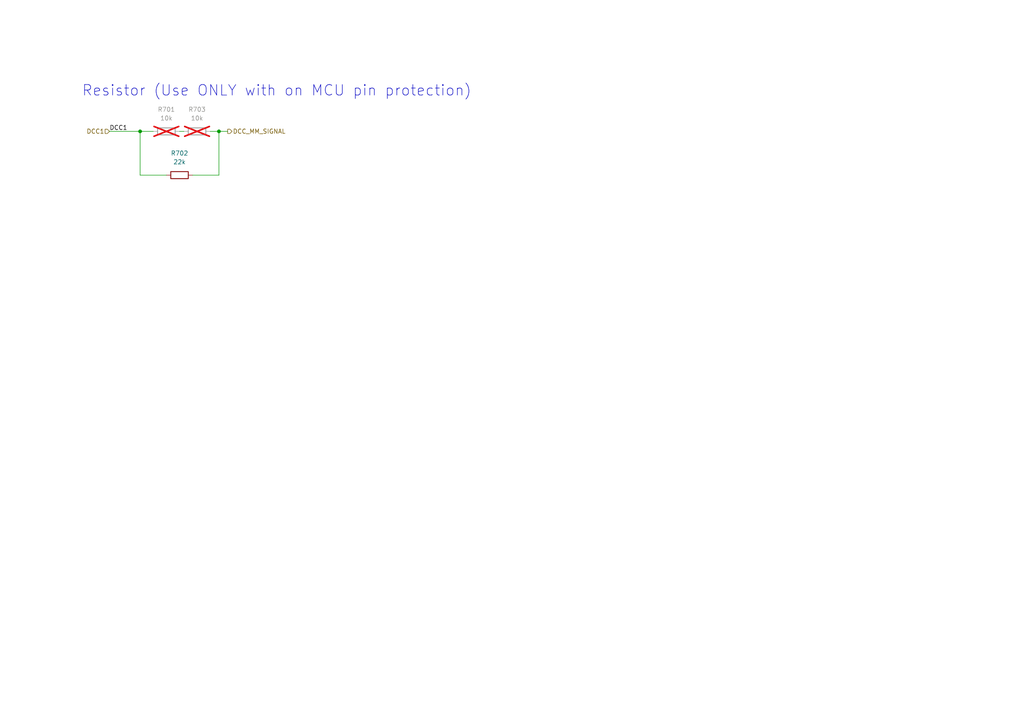
<source format=kicad_sch>
(kicad_sch (version 20231120) (generator "eeschema") (generator_version "8.0")
  (paper "A4")
  (title_block (title "xDuinoRail - LocDecoder - Development Kit") (date "2024-10-09") (rev "v0.2") (company "Chatelain Engineering, Bern - CH"))
  (lib_symbols
    (symbol "Device:R" (pin_numbers hide) (pin_names (offset 0))
      (property "Reference" "R" (at 2.032 0 90))
      (property "Value" "R" (at 0 0 90))
      (symbol "R_0_1"
        (rectangle (start -1.016 -2.54) (end 1.016 2.54) (stroke (width 0.254)))
      )
      (symbol "R_1_1"
        (pin passive line (at 0 3.81 270) (length 1.27) (name "~") (number "1"))
        (pin passive line (at 0 -3.81 90) (length 1.27) (name "~") (number "2"))
      )
    )
  )
  (junction (at 63.5 38.1))
  (junction (at 40.64 38.1))
  (wire (pts (xy 63.5 50.8) (xy 63.5 38.1)))
  (wire (pts (xy 40.64 38.1) (xy 44.45 38.1)))
  (wire (pts (xy 40.64 50.8) (xy 40.64 38.1)))
  (wire (pts (xy 52.07 38.1) (xy 53.34 38.1)))
  (wire (pts (xy 48.26 50.8) (xy 40.64 50.8)))
  (wire (pts (xy 60.96 38.1) (xy 63.5 38.1)))
  (wire (pts (xy 31.75 38.1) (xy 40.64 38.1)))
  (wire (pts (xy 55.88 50.8) (xy 63.5 50.8)))
  (wire (pts (xy 63.5 38.1) (xy 66.04 38.1)))
  (text "Resistor (Use ONLY with on MCU pin protection)" (at 80.264 26.416 0) (effects (font (size 3.048 3.048))))
  (label "DCC1" (at 31.75 38.1 0))
  (hierarchical_label "DCC1" (shape input) (at 31.75 38.1 180))
  (hierarchical_label "DCC_MM_SIGNAL" (shape output) (at 66.04 38.1 0))
  (symbol (lib_id "Device:R") (at 57.15 38.1 90) (unit 1) (exclude_from_sim yes) (in_bom no) (on_board no) (dnp yes)
    (property "Reference" "R703" (at 57.15 31.75 90))
    (property "Value" "10k" (at 57.15 34.29 90))
    (property "Footprint" "Resistor_SMD:R_0805_2012Metric_Pad1.20x1.40mm_HandSolder" (effects (hide yes)))
    (property "Description" "Resistor" (effects (hide yes)))
    (property "LCSC" "C25744" (effects (hide yes)))
    (property "OLI_ID" "10k_0805" (effects (hide yes)))
    (property "Sim.Device" "R" (effects (hide yes)))
    (property "Sim.Pins" "1=+ 2=-" (effects (hide yes)))
    (instances (project "xDuinoRail-Breakout-RailcomDetect" (path "" (reference "R703") (unit 1))) (project "xDuinoRail-Arduino-RailcomDetect" (path "" (reference "R608") (unit 1))) (project "xDuinoRail-Turnout" (path "" (reference "R608") (unit 1))) (project "xDuinoRail-Loco-Light-Dev" (path "" (reference "R?") (unit 1)) (path "" (reference "R603") (unit 1))))
  )
  (symbol (lib_id "Device:R") (at 52.07 50.8 90) (unit 1)
    (property "Reference" "R702" (at 52.07 44.45 90))
    (property "Value" "22k" (at 52.07 46.99 90))
    (property "Footprint" "Resistor_SMD:R_0805_2012Metric_Pad1.20x1.40mm_HandSolder" (effects (hide yes)))
    (property "Description" "Resistor" (effects (hide yes)))
    (property "OLI_ID" "22k_0805" (effects (hide yes)))
    (property "Sim.Device" "R" (effects (hide yes)))
    (property "Sim.Pins" "1=+ 2=-" (effects (hide yes)))
    (instances (project "xDuinoRail-Xmas-2024" (path "" (reference "R702") (unit 1))) (project "xDuinoRail-Loco-Light-Dev" (path "" (reference "R?") (unit 1)) (path "" (reference "R602") (unit 1))))
  )
  (symbol (lib_id "Device:R") (at 48.26 38.1 90) (unit 1) (exclude_from_sim yes) (in_bom no) (on_board no) (dnp yes)
    (property "Reference" "R701" (at 48.26 31.75 90))
    (property "Value" "10k" (at 48.26 34.29 90))
    (property "Footprint" "Resistor_SMD:R_0805_2012Metric_Pad1.20x1.40mm_HandSolder" (effects (hide yes)))
    (property "Description" "Resistor" (effects (hide yes)))
    (property "LCSC" "C25744" (effects (hide yes)))
    (property "OLI_ID" "10k_0805" (effects (hide yes)))
    (property "Sim.Device" "R" (effects (hide yes)))
    (property "Sim.Pins" "1=+ 2=-" (effects (hide yes)))
    (instances (project "xDuinoRail-Breakout-RailcomDetect" (path "" (reference "R701") (unit 1))) (project "xDuinoRail-Arduino-RailcomDetect" (path "" (reference "R607") (unit 1))) (project "xDuinoRail-Turnout" (path "" (reference "R607") (unit 1))) (project "xDuinoRail-Loco-Light-Dev" (path "" (reference "R?") (unit 1)) (path "" (reference "R601") (unit 1))))
  )
)
</source>
